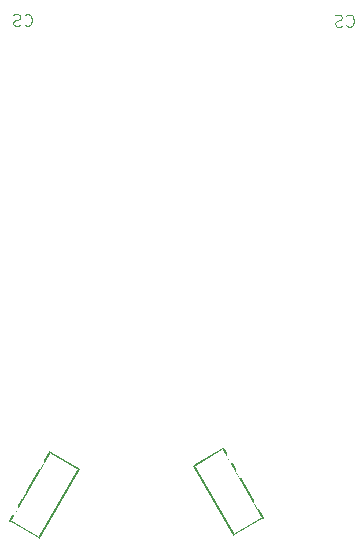
<source format=gbo>
G04 #@! TF.GenerationSoftware,KiCad,Pcbnew,8.0.7*
G04 #@! TF.CreationDate,2025-01-01T00:18:55+01:00*
G04 #@! TF.ProjectId,corne-xiao,636f726e-652d-4786-9961-6f2e6b696361,1.1*
G04 #@! TF.SameCoordinates,Original*
G04 #@! TF.FileFunction,Legend,Bot*
G04 #@! TF.FilePolarity,Positive*
%FSLAX46Y46*%
G04 Gerber Fmt 4.6, Leading zero omitted, Abs format (unit mm)*
G04 Created by KiCad (PCBNEW 8.0.7) date 2025-01-01 00:18:55*
%MOMM*%
%LPD*%
G01*
G04 APERTURE LIST*
G04 Aperture macros list*
%AMRoundRect*
0 Rectangle with rounded corners*
0 $1 Rounding radius*
0 $2 $3 $4 $5 $6 $7 $8 $9 X,Y pos of 4 corners*
0 Add a 4 corners polygon primitive as box body*
4,1,4,$2,$3,$4,$5,$6,$7,$8,$9,$2,$3,0*
0 Add four circle primitives for the rounded corners*
1,1,$1+$1,$2,$3*
1,1,$1+$1,$4,$5*
1,1,$1+$1,$6,$7*
1,1,$1+$1,$8,$9*
0 Add four rect primitives between the rounded corners*
20,1,$1+$1,$2,$3,$4,$5,0*
20,1,$1+$1,$4,$5,$6,$7,0*
20,1,$1+$1,$6,$7,$8,$9,0*
20,1,$1+$1,$8,$9,$2,$3,0*%
G04 Aperture macros list end*
%ADD10C,0.125000*%
%ADD11C,0.150000*%
%ADD12O,2.826000X1.876000*%
%ADD13C,1.473000*%
%ADD14C,0.976000*%
%ADD15RoundRect,0.038000X0.258013X-0.553109X0.608013X0.053109X-0.258013X0.553109X-0.608013X-0.053109X0*%
%ADD16RoundRect,0.038000X1.462436X-0.266987X-0.962436X1.133013X-1.462436X0.266987X0.962436X-1.133013X0*%
%ADD17C,2.276000*%
%ADD18O,1.826000X1.276000*%
%ADD19RoundRect,0.038000X-0.608013X0.053109X-0.258013X-0.553109X0.608013X-0.053109X0.258013X0.553109X0*%
%ADD20RoundRect,0.038000X-0.962436X-1.133013X1.462436X0.266987X0.962436X1.133013X-1.462436X-0.266987X0*%
G04 APERTURE END LIST*
D10*
X140170635Y-51612604D02*
X140218254Y-51660224D01*
X140218254Y-51660224D02*
X140361111Y-51707843D01*
X140361111Y-51707843D02*
X140456349Y-51707843D01*
X140456349Y-51707843D02*
X140599206Y-51660224D01*
X140599206Y-51660224D02*
X140694444Y-51564985D01*
X140694444Y-51564985D02*
X140742063Y-51469747D01*
X140742063Y-51469747D02*
X140789682Y-51279271D01*
X140789682Y-51279271D02*
X140789682Y-51136414D01*
X140789682Y-51136414D02*
X140742063Y-50945938D01*
X140742063Y-50945938D02*
X140694444Y-50850700D01*
X140694444Y-50850700D02*
X140599206Y-50755462D01*
X140599206Y-50755462D02*
X140456349Y-50707843D01*
X140456349Y-50707843D02*
X140361111Y-50707843D01*
X140361111Y-50707843D02*
X140218254Y-50755462D01*
X140218254Y-50755462D02*
X140170635Y-50803081D01*
X139789682Y-51660224D02*
X139646825Y-51707843D01*
X139646825Y-51707843D02*
X139408730Y-51707843D01*
X139408730Y-51707843D02*
X139313492Y-51660224D01*
X139313492Y-51660224D02*
X139265873Y-51612604D01*
X139265873Y-51612604D02*
X139218254Y-51517366D01*
X139218254Y-51517366D02*
X139218254Y-51422128D01*
X139218254Y-51422128D02*
X139265873Y-51326890D01*
X139265873Y-51326890D02*
X139313492Y-51279271D01*
X139313492Y-51279271D02*
X139408730Y-51231652D01*
X139408730Y-51231652D02*
X139599206Y-51184033D01*
X139599206Y-51184033D02*
X139694444Y-51136414D01*
X139694444Y-51136414D02*
X139742063Y-51088795D01*
X139742063Y-51088795D02*
X139789682Y-50993557D01*
X139789682Y-50993557D02*
X139789682Y-50898319D01*
X139789682Y-50898319D02*
X139742063Y-50803081D01*
X139742063Y-50803081D02*
X139694444Y-50755462D01*
X139694444Y-50755462D02*
X139599206Y-50707843D01*
X139599206Y-50707843D02*
X139361111Y-50707843D01*
X139361111Y-50707843D02*
X139218254Y-50755462D01*
X167420635Y-51662604D02*
X167468254Y-51710224D01*
X167468254Y-51710224D02*
X167611111Y-51757843D01*
X167611111Y-51757843D02*
X167706349Y-51757843D01*
X167706349Y-51757843D02*
X167849206Y-51710224D01*
X167849206Y-51710224D02*
X167944444Y-51614985D01*
X167944444Y-51614985D02*
X167992063Y-51519747D01*
X167992063Y-51519747D02*
X168039682Y-51329271D01*
X168039682Y-51329271D02*
X168039682Y-51186414D01*
X168039682Y-51186414D02*
X167992063Y-50995938D01*
X167992063Y-50995938D02*
X167944444Y-50900700D01*
X167944444Y-50900700D02*
X167849206Y-50805462D01*
X167849206Y-50805462D02*
X167706349Y-50757843D01*
X167706349Y-50757843D02*
X167611111Y-50757843D01*
X167611111Y-50757843D02*
X167468254Y-50805462D01*
X167468254Y-50805462D02*
X167420635Y-50853081D01*
X167039682Y-51710224D02*
X166896825Y-51757843D01*
X166896825Y-51757843D02*
X166658730Y-51757843D01*
X166658730Y-51757843D02*
X166563492Y-51710224D01*
X166563492Y-51710224D02*
X166515873Y-51662604D01*
X166515873Y-51662604D02*
X166468254Y-51567366D01*
X166468254Y-51567366D02*
X166468254Y-51472128D01*
X166468254Y-51472128D02*
X166515873Y-51376890D01*
X166515873Y-51376890D02*
X166563492Y-51329271D01*
X166563492Y-51329271D02*
X166658730Y-51281652D01*
X166658730Y-51281652D02*
X166849206Y-51234033D01*
X166849206Y-51234033D02*
X166944444Y-51186414D01*
X166944444Y-51186414D02*
X166992063Y-51138795D01*
X166992063Y-51138795D02*
X167039682Y-51043557D01*
X167039682Y-51043557D02*
X167039682Y-50948319D01*
X167039682Y-50948319D02*
X166992063Y-50853081D01*
X166992063Y-50853081D02*
X166944444Y-50805462D01*
X166944444Y-50805462D02*
X166849206Y-50757843D01*
X166849206Y-50757843D02*
X166611111Y-50757843D01*
X166611111Y-50757843D02*
X166468254Y-50805462D01*
D11*
X138894411Y-93606987D02*
X141405885Y-95056987D01*
X141405885Y-95056987D02*
X144780885Y-89211316D01*
X142312712Y-87786316D02*
X138894411Y-93606987D01*
X144780885Y-89211316D02*
X142312712Y-87786316D01*
X154494115Y-88923013D02*
X157869115Y-94768684D01*
X157005589Y-87473013D02*
X154494115Y-88923013D01*
X157869115Y-94768684D02*
X160337288Y-93343684D01*
X160337288Y-93343684D02*
X157005589Y-87473013D01*
%LPC*%
D12*
X127989300Y-32477000D03*
X127989300Y-35017000D03*
X127989300Y-37557000D03*
X127989300Y-40097000D03*
X127989300Y-42637000D03*
X127989300Y-45177000D03*
X127989300Y-47717000D03*
X144179300Y-47717000D03*
X144179300Y-45177000D03*
X144179300Y-42637000D03*
X144179300Y-40097000D03*
X144179300Y-37557000D03*
X144179300Y-35017000D03*
X144179300Y-32477000D03*
D13*
X131639300Y-39780000D03*
X139945100Y-49342600D03*
X141850100Y-49342600D03*
D12*
X155284300Y-32557000D03*
X155284300Y-35097000D03*
X155284300Y-37637000D03*
X155284300Y-40177000D03*
X155284300Y-42717000D03*
X155284300Y-45257000D03*
X155284300Y-47797000D03*
X171474300Y-47797000D03*
X171474300Y-45257000D03*
X171474300Y-42717000D03*
X171474300Y-40177000D03*
X171474300Y-37637000D03*
X171474300Y-35097000D03*
X171474300Y-32557000D03*
D13*
X158934300Y-39860000D03*
X167240100Y-49422600D03*
X169145100Y-49422600D03*
D14*
X142455866Y-90178367D03*
X140912564Y-92751443D03*
D15*
X141228719Y-88603848D03*
X139728719Y-91201924D03*
X138978719Y-92500962D03*
D16*
X139824167Y-94836603D03*
X143799167Y-87951701D03*
D17*
X143613900Y-83045000D03*
X170162900Y-74534000D03*
D18*
X156260000Y-55740000D03*
X156260000Y-53740000D03*
X143250000Y-53600000D03*
X143250000Y-55600000D03*
D17*
X155730900Y-83055000D03*
D14*
X158194134Y-92271633D03*
X156737436Y-89648557D03*
D19*
X160171281Y-91996152D03*
X158671281Y-89398076D03*
X157921281Y-88099038D03*
D20*
X155475833Y-87663397D03*
X159450833Y-94548299D03*
D17*
X129181900Y-74524000D03*
%LPD*%
M02*

</source>
